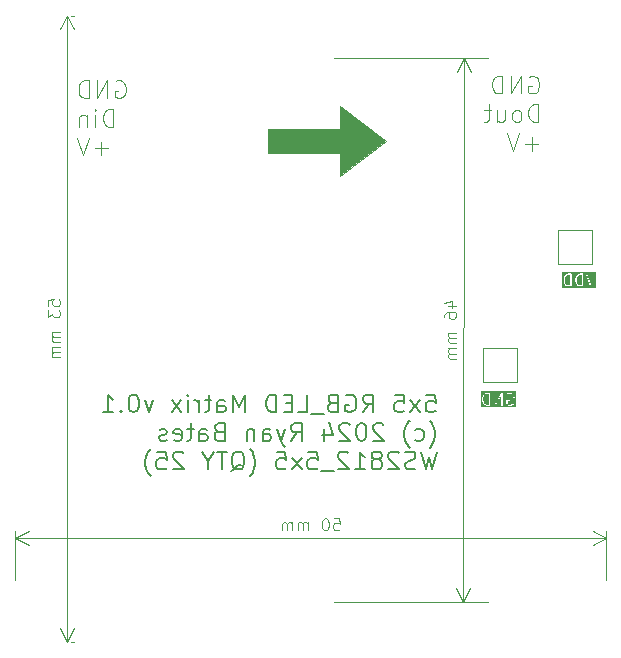
<source format=gbo>
G04 #@! TF.GenerationSoftware,KiCad,Pcbnew,8.0.5*
G04 #@! TF.CreationDate,2024-11-25T19:05:47-05:00*
G04 #@! TF.ProjectId,Neo7SegmentMini,4e656f37-5365-4676-9d65-6e744d696e69,rev?*
G04 #@! TF.SameCoordinates,Original*
G04 #@! TF.FileFunction,Legend,Bot*
G04 #@! TF.FilePolarity,Positive*
%FSLAX46Y46*%
G04 Gerber Fmt 4.6, Leading zero omitted, Abs format (unit mm)*
G04 Created by KiCad (PCBNEW 8.0.5) date 2024-11-25 19:05:47*
%MOMM*%
%LPD*%
G01*
G04 APERTURE LIST*
%ADD10C,0.100000*%
%ADD11C,0.200000*%
%ADD12C,0.120000*%
%ADD13R,2.800000X1.800000*%
%ADD14O,2.800000X1.800000*%
%ADD15R,1.700000X1.700000*%
%ADD16O,1.700000X1.700000*%
%ADD17C,3.200000*%
%ADD18R,2.500000X2.500000*%
G04 APERTURE END LIST*
D10*
X188000000Y-97500000D02*
X175000000Y-97500000D01*
X188000000Y-51500000D02*
X175000000Y-51500000D01*
X179400000Y-58500000D02*
X175500000Y-61500000D01*
X175500000Y-59500000D01*
X169400000Y-59500000D01*
X169400000Y-57500000D01*
X175500000Y-57500000D01*
X175500000Y-55500000D01*
X179400000Y-58500000D01*
G36*
X179400000Y-58500000D02*
G01*
X175500000Y-61500000D01*
X175500000Y-59500000D01*
X169400000Y-59500000D01*
X169400000Y-57500000D01*
X175500000Y-57500000D01*
X175500000Y-55500000D01*
X179400000Y-58500000D01*
G37*
X156494360Y-53452825D02*
X156637218Y-53381396D01*
X156637218Y-53381396D02*
X156851503Y-53381396D01*
X156851503Y-53381396D02*
X157065789Y-53452825D01*
X157065789Y-53452825D02*
X157208646Y-53595682D01*
X157208646Y-53595682D02*
X157280075Y-53738539D01*
X157280075Y-53738539D02*
X157351503Y-54024253D01*
X157351503Y-54024253D02*
X157351503Y-54238539D01*
X157351503Y-54238539D02*
X157280075Y-54524253D01*
X157280075Y-54524253D02*
X157208646Y-54667110D01*
X157208646Y-54667110D02*
X157065789Y-54809968D01*
X157065789Y-54809968D02*
X156851503Y-54881396D01*
X156851503Y-54881396D02*
X156708646Y-54881396D01*
X156708646Y-54881396D02*
X156494360Y-54809968D01*
X156494360Y-54809968D02*
X156422932Y-54738539D01*
X156422932Y-54738539D02*
X156422932Y-54238539D01*
X156422932Y-54238539D02*
X156708646Y-54238539D01*
X155780075Y-54881396D02*
X155780075Y-53381396D01*
X155780075Y-53381396D02*
X154922932Y-54881396D01*
X154922932Y-54881396D02*
X154922932Y-53381396D01*
X154208646Y-54881396D02*
X154208646Y-53381396D01*
X154208646Y-53381396D02*
X153851503Y-53381396D01*
X153851503Y-53381396D02*
X153637217Y-53452825D01*
X153637217Y-53452825D02*
X153494360Y-53595682D01*
X153494360Y-53595682D02*
X153422931Y-53738539D01*
X153422931Y-53738539D02*
X153351503Y-54024253D01*
X153351503Y-54024253D02*
X153351503Y-54238539D01*
X153351503Y-54238539D02*
X153422931Y-54524253D01*
X153422931Y-54524253D02*
X153494360Y-54667110D01*
X153494360Y-54667110D02*
X153637217Y-54809968D01*
X153637217Y-54809968D02*
X153851503Y-54881396D01*
X153851503Y-54881396D02*
X154208646Y-54881396D01*
X156280075Y-57296312D02*
X156280075Y-55796312D01*
X156280075Y-55796312D02*
X155922932Y-55796312D01*
X155922932Y-55796312D02*
X155708646Y-55867741D01*
X155708646Y-55867741D02*
X155565789Y-56010598D01*
X155565789Y-56010598D02*
X155494360Y-56153455D01*
X155494360Y-56153455D02*
X155422932Y-56439169D01*
X155422932Y-56439169D02*
X155422932Y-56653455D01*
X155422932Y-56653455D02*
X155494360Y-56939169D01*
X155494360Y-56939169D02*
X155565789Y-57082026D01*
X155565789Y-57082026D02*
X155708646Y-57224884D01*
X155708646Y-57224884D02*
X155922932Y-57296312D01*
X155922932Y-57296312D02*
X156280075Y-57296312D01*
X154780075Y-57296312D02*
X154780075Y-56296312D01*
X154780075Y-55796312D02*
X154851503Y-55867741D01*
X154851503Y-55867741D02*
X154780075Y-55939169D01*
X154780075Y-55939169D02*
X154708646Y-55867741D01*
X154708646Y-55867741D02*
X154780075Y-55796312D01*
X154780075Y-55796312D02*
X154780075Y-55939169D01*
X154065789Y-56296312D02*
X154065789Y-57296312D01*
X154065789Y-56439169D02*
X153994360Y-56367741D01*
X153994360Y-56367741D02*
X153851503Y-56296312D01*
X153851503Y-56296312D02*
X153637217Y-56296312D01*
X153637217Y-56296312D02*
X153494360Y-56367741D01*
X153494360Y-56367741D02*
X153422932Y-56510598D01*
X153422932Y-56510598D02*
X153422932Y-57296312D01*
X155851503Y-59139800D02*
X154708646Y-59139800D01*
X155280074Y-59711228D02*
X155280074Y-58568371D01*
X154208645Y-58211228D02*
X153708645Y-59711228D01*
X153708645Y-59711228D02*
X153208645Y-58211228D01*
G36*
X194988972Y-70722419D02*
G01*
X194808990Y-70722419D01*
X194685030Y-70681099D01*
X194603874Y-70599942D01*
X194562339Y-70516872D01*
X194517544Y-70337692D01*
X194517544Y-70207145D01*
X194562339Y-70027965D01*
X194603875Y-69944893D01*
X194685028Y-69863739D01*
X194808990Y-69822419D01*
X194988972Y-69822419D01*
X194988972Y-70722419D01*
G37*
G36*
X195988972Y-70722419D02*
G01*
X195808990Y-70722419D01*
X195685030Y-70681099D01*
X195603874Y-70599942D01*
X195562339Y-70516872D01*
X195517544Y-70337692D01*
X195517544Y-70207145D01*
X195562339Y-70027965D01*
X195603875Y-69944893D01*
X195685028Y-69863739D01*
X195808990Y-69822419D01*
X195988972Y-69822419D01*
X195988972Y-70722419D01*
G37*
G36*
X197199957Y-70933530D02*
G01*
X194306433Y-70933530D01*
X194306433Y-70200990D01*
X194417544Y-70200990D01*
X194417544Y-70343847D01*
X194418739Y-70349856D01*
X194419037Y-70355974D01*
X194466656Y-70546450D01*
X194468995Y-70551402D01*
X194470442Y-70556684D01*
X194518060Y-70651921D01*
X194522971Y-70658249D01*
X194527426Y-70664916D01*
X194622665Y-70760155D01*
X194624746Y-70761545D01*
X194625260Y-70762573D01*
X194632225Y-70766543D01*
X194638886Y-70770994D01*
X194640034Y-70770994D01*
X194642209Y-70772234D01*
X194785065Y-70819853D01*
X194793015Y-70820855D01*
X194800877Y-70822419D01*
X195038972Y-70822419D01*
X195058106Y-70818613D01*
X195085166Y-70791553D01*
X195088972Y-70772419D01*
X195088972Y-70200990D01*
X195417544Y-70200990D01*
X195417544Y-70343847D01*
X195418739Y-70349856D01*
X195419037Y-70355974D01*
X195466656Y-70546450D01*
X195468995Y-70551402D01*
X195470442Y-70556684D01*
X195518060Y-70651921D01*
X195522971Y-70658249D01*
X195527426Y-70664916D01*
X195622665Y-70760155D01*
X195624746Y-70761545D01*
X195625260Y-70762573D01*
X195632225Y-70766543D01*
X195638886Y-70770994D01*
X195640034Y-70770994D01*
X195642209Y-70772234D01*
X195785065Y-70819853D01*
X195793015Y-70820855D01*
X195800877Y-70822419D01*
X196038972Y-70822419D01*
X196058106Y-70818613D01*
X196085166Y-70791553D01*
X196088972Y-70772419D01*
X196088972Y-69772419D01*
X196088267Y-69768875D01*
X196322432Y-69768875D01*
X196324872Y-69788230D01*
X196658205Y-70788230D01*
X196667866Y-70805178D01*
X196671207Y-70806848D01*
X196672879Y-70810192D01*
X196687921Y-70815205D01*
X196702095Y-70822293D01*
X196705638Y-70821111D01*
X196709183Y-70822293D01*
X196723362Y-70815203D01*
X196738399Y-70810191D01*
X196740069Y-70806850D01*
X196743412Y-70805179D01*
X196753073Y-70788230D01*
X197086406Y-69788231D01*
X197088846Y-69768875D01*
X197071732Y-69734647D01*
X197035428Y-69722545D01*
X197001199Y-69739660D01*
X196991538Y-69756608D01*
X196705639Y-70614305D01*
X196419740Y-69756608D01*
X196410079Y-69739659D01*
X196375850Y-69722545D01*
X196339546Y-69734646D01*
X196322432Y-69768875D01*
X196088267Y-69768875D01*
X196085166Y-69753285D01*
X196058106Y-69726225D01*
X196038972Y-69722419D01*
X195800877Y-69722419D01*
X195793015Y-69723982D01*
X195785065Y-69724985D01*
X195642209Y-69772604D01*
X195640034Y-69773844D01*
X195638886Y-69773844D01*
X195632225Y-69778294D01*
X195625260Y-69782265D01*
X195624746Y-69783292D01*
X195622665Y-69784683D01*
X195527427Y-69879921D01*
X195522975Y-69886582D01*
X195518060Y-69892916D01*
X195470442Y-69988153D01*
X195468995Y-69993434D01*
X195466656Y-69998387D01*
X195419037Y-70188863D01*
X195418739Y-70194980D01*
X195417544Y-70200990D01*
X195088972Y-70200990D01*
X195088972Y-69772419D01*
X195085166Y-69753285D01*
X195058106Y-69726225D01*
X195038972Y-69722419D01*
X194800877Y-69722419D01*
X194793015Y-69723982D01*
X194785065Y-69724985D01*
X194642209Y-69772604D01*
X194640034Y-69773844D01*
X194638886Y-69773844D01*
X194632225Y-69778294D01*
X194625260Y-69782265D01*
X194624746Y-69783292D01*
X194622665Y-69784683D01*
X194527427Y-69879921D01*
X194522975Y-69886582D01*
X194518060Y-69892916D01*
X194470442Y-69988153D01*
X194468995Y-69993434D01*
X194466656Y-69998387D01*
X194419037Y-70188863D01*
X194418739Y-70194980D01*
X194417544Y-70200990D01*
X194306433Y-70200990D01*
X194306433Y-69611308D01*
X197199957Y-69611308D01*
X197199957Y-70933530D01*
G37*
D11*
X182796993Y-79976196D02*
X183511279Y-79976196D01*
X183511279Y-79976196D02*
X183582707Y-80690482D01*
X183582707Y-80690482D02*
X183511279Y-80619053D01*
X183511279Y-80619053D02*
X183368422Y-80547625D01*
X183368422Y-80547625D02*
X183011279Y-80547625D01*
X183011279Y-80547625D02*
X182868422Y-80619053D01*
X182868422Y-80619053D02*
X182796993Y-80690482D01*
X182796993Y-80690482D02*
X182725564Y-80833339D01*
X182725564Y-80833339D02*
X182725564Y-81190482D01*
X182725564Y-81190482D02*
X182796993Y-81333339D01*
X182796993Y-81333339D02*
X182868422Y-81404768D01*
X182868422Y-81404768D02*
X183011279Y-81476196D01*
X183011279Y-81476196D02*
X183368422Y-81476196D01*
X183368422Y-81476196D02*
X183511279Y-81404768D01*
X183511279Y-81404768D02*
X183582707Y-81333339D01*
X182225565Y-81476196D02*
X181439851Y-80476196D01*
X182225565Y-80476196D02*
X181439851Y-81476196D01*
X180154136Y-79976196D02*
X180868422Y-79976196D01*
X180868422Y-79976196D02*
X180939850Y-80690482D01*
X180939850Y-80690482D02*
X180868422Y-80619053D01*
X180868422Y-80619053D02*
X180725565Y-80547625D01*
X180725565Y-80547625D02*
X180368422Y-80547625D01*
X180368422Y-80547625D02*
X180225565Y-80619053D01*
X180225565Y-80619053D02*
X180154136Y-80690482D01*
X180154136Y-80690482D02*
X180082707Y-80833339D01*
X180082707Y-80833339D02*
X180082707Y-81190482D01*
X180082707Y-81190482D02*
X180154136Y-81333339D01*
X180154136Y-81333339D02*
X180225565Y-81404768D01*
X180225565Y-81404768D02*
X180368422Y-81476196D01*
X180368422Y-81476196D02*
X180725565Y-81476196D01*
X180725565Y-81476196D02*
X180868422Y-81404768D01*
X180868422Y-81404768D02*
X180939850Y-81333339D01*
X177439851Y-81476196D02*
X177939851Y-80761910D01*
X178296994Y-81476196D02*
X178296994Y-79976196D01*
X178296994Y-79976196D02*
X177725565Y-79976196D01*
X177725565Y-79976196D02*
X177582708Y-80047625D01*
X177582708Y-80047625D02*
X177511279Y-80119053D01*
X177511279Y-80119053D02*
X177439851Y-80261910D01*
X177439851Y-80261910D02*
X177439851Y-80476196D01*
X177439851Y-80476196D02*
X177511279Y-80619053D01*
X177511279Y-80619053D02*
X177582708Y-80690482D01*
X177582708Y-80690482D02*
X177725565Y-80761910D01*
X177725565Y-80761910D02*
X178296994Y-80761910D01*
X176011279Y-80047625D02*
X176154137Y-79976196D01*
X176154137Y-79976196D02*
X176368422Y-79976196D01*
X176368422Y-79976196D02*
X176582708Y-80047625D01*
X176582708Y-80047625D02*
X176725565Y-80190482D01*
X176725565Y-80190482D02*
X176796994Y-80333339D01*
X176796994Y-80333339D02*
X176868422Y-80619053D01*
X176868422Y-80619053D02*
X176868422Y-80833339D01*
X176868422Y-80833339D02*
X176796994Y-81119053D01*
X176796994Y-81119053D02*
X176725565Y-81261910D01*
X176725565Y-81261910D02*
X176582708Y-81404768D01*
X176582708Y-81404768D02*
X176368422Y-81476196D01*
X176368422Y-81476196D02*
X176225565Y-81476196D01*
X176225565Y-81476196D02*
X176011279Y-81404768D01*
X176011279Y-81404768D02*
X175939851Y-81333339D01*
X175939851Y-81333339D02*
X175939851Y-80833339D01*
X175939851Y-80833339D02*
X176225565Y-80833339D01*
X174796994Y-80690482D02*
X174582708Y-80761910D01*
X174582708Y-80761910D02*
X174511279Y-80833339D01*
X174511279Y-80833339D02*
X174439851Y-80976196D01*
X174439851Y-80976196D02*
X174439851Y-81190482D01*
X174439851Y-81190482D02*
X174511279Y-81333339D01*
X174511279Y-81333339D02*
X174582708Y-81404768D01*
X174582708Y-81404768D02*
X174725565Y-81476196D01*
X174725565Y-81476196D02*
X175296994Y-81476196D01*
X175296994Y-81476196D02*
X175296994Y-79976196D01*
X175296994Y-79976196D02*
X174796994Y-79976196D01*
X174796994Y-79976196D02*
X174654137Y-80047625D01*
X174654137Y-80047625D02*
X174582708Y-80119053D01*
X174582708Y-80119053D02*
X174511279Y-80261910D01*
X174511279Y-80261910D02*
X174511279Y-80404768D01*
X174511279Y-80404768D02*
X174582708Y-80547625D01*
X174582708Y-80547625D02*
X174654137Y-80619053D01*
X174654137Y-80619053D02*
X174796994Y-80690482D01*
X174796994Y-80690482D02*
X175296994Y-80690482D01*
X174154137Y-81619053D02*
X173011279Y-81619053D01*
X171939851Y-81476196D02*
X172654137Y-81476196D01*
X172654137Y-81476196D02*
X172654137Y-79976196D01*
X171439851Y-80690482D02*
X170939851Y-80690482D01*
X170725565Y-81476196D02*
X171439851Y-81476196D01*
X171439851Y-81476196D02*
X171439851Y-79976196D01*
X171439851Y-79976196D02*
X170725565Y-79976196D01*
X170082708Y-81476196D02*
X170082708Y-79976196D01*
X170082708Y-79976196D02*
X169725565Y-79976196D01*
X169725565Y-79976196D02*
X169511279Y-80047625D01*
X169511279Y-80047625D02*
X169368422Y-80190482D01*
X169368422Y-80190482D02*
X169296993Y-80333339D01*
X169296993Y-80333339D02*
X169225565Y-80619053D01*
X169225565Y-80619053D02*
X169225565Y-80833339D01*
X169225565Y-80833339D02*
X169296993Y-81119053D01*
X169296993Y-81119053D02*
X169368422Y-81261910D01*
X169368422Y-81261910D02*
X169511279Y-81404768D01*
X169511279Y-81404768D02*
X169725565Y-81476196D01*
X169725565Y-81476196D02*
X170082708Y-81476196D01*
X167439851Y-81476196D02*
X167439851Y-79976196D01*
X167439851Y-79976196D02*
X166939851Y-81047625D01*
X166939851Y-81047625D02*
X166439851Y-79976196D01*
X166439851Y-79976196D02*
X166439851Y-81476196D01*
X165082708Y-81476196D02*
X165082708Y-80690482D01*
X165082708Y-80690482D02*
X165154136Y-80547625D01*
X165154136Y-80547625D02*
X165296993Y-80476196D01*
X165296993Y-80476196D02*
X165582708Y-80476196D01*
X165582708Y-80476196D02*
X165725565Y-80547625D01*
X165082708Y-81404768D02*
X165225565Y-81476196D01*
X165225565Y-81476196D02*
X165582708Y-81476196D01*
X165582708Y-81476196D02*
X165725565Y-81404768D01*
X165725565Y-81404768D02*
X165796993Y-81261910D01*
X165796993Y-81261910D02*
X165796993Y-81119053D01*
X165796993Y-81119053D02*
X165725565Y-80976196D01*
X165725565Y-80976196D02*
X165582708Y-80904768D01*
X165582708Y-80904768D02*
X165225565Y-80904768D01*
X165225565Y-80904768D02*
X165082708Y-80833339D01*
X164582707Y-80476196D02*
X164011279Y-80476196D01*
X164368422Y-79976196D02*
X164368422Y-81261910D01*
X164368422Y-81261910D02*
X164296993Y-81404768D01*
X164296993Y-81404768D02*
X164154136Y-81476196D01*
X164154136Y-81476196D02*
X164011279Y-81476196D01*
X163511279Y-81476196D02*
X163511279Y-80476196D01*
X163511279Y-80761910D02*
X163439850Y-80619053D01*
X163439850Y-80619053D02*
X163368422Y-80547625D01*
X163368422Y-80547625D02*
X163225564Y-80476196D01*
X163225564Y-80476196D02*
X163082707Y-80476196D01*
X162582708Y-81476196D02*
X162582708Y-80476196D01*
X162582708Y-79976196D02*
X162654136Y-80047625D01*
X162654136Y-80047625D02*
X162582708Y-80119053D01*
X162582708Y-80119053D02*
X162511279Y-80047625D01*
X162511279Y-80047625D02*
X162582708Y-79976196D01*
X162582708Y-79976196D02*
X162582708Y-80119053D01*
X162011279Y-81476196D02*
X161225565Y-80476196D01*
X162011279Y-80476196D02*
X161225565Y-81476196D01*
X159654136Y-80476196D02*
X159296993Y-81476196D01*
X159296993Y-81476196D02*
X158939850Y-80476196D01*
X158082707Y-79976196D02*
X157939850Y-79976196D01*
X157939850Y-79976196D02*
X157796993Y-80047625D01*
X157796993Y-80047625D02*
X157725565Y-80119053D01*
X157725565Y-80119053D02*
X157654136Y-80261910D01*
X157654136Y-80261910D02*
X157582707Y-80547625D01*
X157582707Y-80547625D02*
X157582707Y-80904768D01*
X157582707Y-80904768D02*
X157654136Y-81190482D01*
X157654136Y-81190482D02*
X157725565Y-81333339D01*
X157725565Y-81333339D02*
X157796993Y-81404768D01*
X157796993Y-81404768D02*
X157939850Y-81476196D01*
X157939850Y-81476196D02*
X158082707Y-81476196D01*
X158082707Y-81476196D02*
X158225565Y-81404768D01*
X158225565Y-81404768D02*
X158296993Y-81333339D01*
X158296993Y-81333339D02*
X158368422Y-81190482D01*
X158368422Y-81190482D02*
X158439850Y-80904768D01*
X158439850Y-80904768D02*
X158439850Y-80547625D01*
X158439850Y-80547625D02*
X158368422Y-80261910D01*
X158368422Y-80261910D02*
X158296993Y-80119053D01*
X158296993Y-80119053D02*
X158225565Y-80047625D01*
X158225565Y-80047625D02*
X158082707Y-79976196D01*
X156939851Y-81333339D02*
X156868422Y-81404768D01*
X156868422Y-81404768D02*
X156939851Y-81476196D01*
X156939851Y-81476196D02*
X157011279Y-81404768D01*
X157011279Y-81404768D02*
X156939851Y-81333339D01*
X156939851Y-81333339D02*
X156939851Y-81476196D01*
X155439850Y-81476196D02*
X156296993Y-81476196D01*
X155868422Y-81476196D02*
X155868422Y-79976196D01*
X155868422Y-79976196D02*
X156011279Y-80190482D01*
X156011279Y-80190482D02*
X156154136Y-80333339D01*
X156154136Y-80333339D02*
X156296993Y-80404768D01*
X183082707Y-84462541D02*
X183154136Y-84391112D01*
X183154136Y-84391112D02*
X183296993Y-84176826D01*
X183296993Y-84176826D02*
X183368422Y-84033969D01*
X183368422Y-84033969D02*
X183439850Y-83819684D01*
X183439850Y-83819684D02*
X183511279Y-83462541D01*
X183511279Y-83462541D02*
X183511279Y-83176826D01*
X183511279Y-83176826D02*
X183439850Y-82819684D01*
X183439850Y-82819684D02*
X183368422Y-82605398D01*
X183368422Y-82605398D02*
X183296993Y-82462541D01*
X183296993Y-82462541D02*
X183154136Y-82248255D01*
X183154136Y-82248255D02*
X183082707Y-82176826D01*
X181868422Y-83819684D02*
X182011279Y-83891112D01*
X182011279Y-83891112D02*
X182296993Y-83891112D01*
X182296993Y-83891112D02*
X182439850Y-83819684D01*
X182439850Y-83819684D02*
X182511279Y-83748255D01*
X182511279Y-83748255D02*
X182582707Y-83605398D01*
X182582707Y-83605398D02*
X182582707Y-83176826D01*
X182582707Y-83176826D02*
X182511279Y-83033969D01*
X182511279Y-83033969D02*
X182439850Y-82962541D01*
X182439850Y-82962541D02*
X182296993Y-82891112D01*
X182296993Y-82891112D02*
X182011279Y-82891112D01*
X182011279Y-82891112D02*
X181868422Y-82962541D01*
X181368422Y-84462541D02*
X181296993Y-84391112D01*
X181296993Y-84391112D02*
X181154136Y-84176826D01*
X181154136Y-84176826D02*
X181082708Y-84033969D01*
X181082708Y-84033969D02*
X181011279Y-83819684D01*
X181011279Y-83819684D02*
X180939850Y-83462541D01*
X180939850Y-83462541D02*
X180939850Y-83176826D01*
X180939850Y-83176826D02*
X181011279Y-82819684D01*
X181011279Y-82819684D02*
X181082708Y-82605398D01*
X181082708Y-82605398D02*
X181154136Y-82462541D01*
X181154136Y-82462541D02*
X181296993Y-82248255D01*
X181296993Y-82248255D02*
X181368422Y-82176826D01*
X179154136Y-82533969D02*
X179082708Y-82462541D01*
X179082708Y-82462541D02*
X178939851Y-82391112D01*
X178939851Y-82391112D02*
X178582708Y-82391112D01*
X178582708Y-82391112D02*
X178439851Y-82462541D01*
X178439851Y-82462541D02*
X178368422Y-82533969D01*
X178368422Y-82533969D02*
X178296993Y-82676826D01*
X178296993Y-82676826D02*
X178296993Y-82819684D01*
X178296993Y-82819684D02*
X178368422Y-83033969D01*
X178368422Y-83033969D02*
X179225565Y-83891112D01*
X179225565Y-83891112D02*
X178296993Y-83891112D01*
X177368422Y-82391112D02*
X177225565Y-82391112D01*
X177225565Y-82391112D02*
X177082708Y-82462541D01*
X177082708Y-82462541D02*
X177011280Y-82533969D01*
X177011280Y-82533969D02*
X176939851Y-82676826D01*
X176939851Y-82676826D02*
X176868422Y-82962541D01*
X176868422Y-82962541D02*
X176868422Y-83319684D01*
X176868422Y-83319684D02*
X176939851Y-83605398D01*
X176939851Y-83605398D02*
X177011280Y-83748255D01*
X177011280Y-83748255D02*
X177082708Y-83819684D01*
X177082708Y-83819684D02*
X177225565Y-83891112D01*
X177225565Y-83891112D02*
X177368422Y-83891112D01*
X177368422Y-83891112D02*
X177511280Y-83819684D01*
X177511280Y-83819684D02*
X177582708Y-83748255D01*
X177582708Y-83748255D02*
X177654137Y-83605398D01*
X177654137Y-83605398D02*
X177725565Y-83319684D01*
X177725565Y-83319684D02*
X177725565Y-82962541D01*
X177725565Y-82962541D02*
X177654137Y-82676826D01*
X177654137Y-82676826D02*
X177582708Y-82533969D01*
X177582708Y-82533969D02*
X177511280Y-82462541D01*
X177511280Y-82462541D02*
X177368422Y-82391112D01*
X176296994Y-82533969D02*
X176225566Y-82462541D01*
X176225566Y-82462541D02*
X176082709Y-82391112D01*
X176082709Y-82391112D02*
X175725566Y-82391112D01*
X175725566Y-82391112D02*
X175582709Y-82462541D01*
X175582709Y-82462541D02*
X175511280Y-82533969D01*
X175511280Y-82533969D02*
X175439851Y-82676826D01*
X175439851Y-82676826D02*
X175439851Y-82819684D01*
X175439851Y-82819684D02*
X175511280Y-83033969D01*
X175511280Y-83033969D02*
X176368423Y-83891112D01*
X176368423Y-83891112D02*
X175439851Y-83891112D01*
X174154138Y-82891112D02*
X174154138Y-83891112D01*
X174511280Y-82319684D02*
X174868423Y-83391112D01*
X174868423Y-83391112D02*
X173939852Y-83391112D01*
X171368424Y-83891112D02*
X171868424Y-83176826D01*
X172225567Y-83891112D02*
X172225567Y-82391112D01*
X172225567Y-82391112D02*
X171654138Y-82391112D01*
X171654138Y-82391112D02*
X171511281Y-82462541D01*
X171511281Y-82462541D02*
X171439852Y-82533969D01*
X171439852Y-82533969D02*
X171368424Y-82676826D01*
X171368424Y-82676826D02*
X171368424Y-82891112D01*
X171368424Y-82891112D02*
X171439852Y-83033969D01*
X171439852Y-83033969D02*
X171511281Y-83105398D01*
X171511281Y-83105398D02*
X171654138Y-83176826D01*
X171654138Y-83176826D02*
X172225567Y-83176826D01*
X170868424Y-82891112D02*
X170511281Y-83891112D01*
X170154138Y-82891112D02*
X170511281Y-83891112D01*
X170511281Y-83891112D02*
X170654138Y-84248255D01*
X170654138Y-84248255D02*
X170725567Y-84319684D01*
X170725567Y-84319684D02*
X170868424Y-84391112D01*
X168939853Y-83891112D02*
X168939853Y-83105398D01*
X168939853Y-83105398D02*
X169011281Y-82962541D01*
X169011281Y-82962541D02*
X169154138Y-82891112D01*
X169154138Y-82891112D02*
X169439853Y-82891112D01*
X169439853Y-82891112D02*
X169582710Y-82962541D01*
X168939853Y-83819684D02*
X169082710Y-83891112D01*
X169082710Y-83891112D02*
X169439853Y-83891112D01*
X169439853Y-83891112D02*
X169582710Y-83819684D01*
X169582710Y-83819684D02*
X169654138Y-83676826D01*
X169654138Y-83676826D02*
X169654138Y-83533969D01*
X169654138Y-83533969D02*
X169582710Y-83391112D01*
X169582710Y-83391112D02*
X169439853Y-83319684D01*
X169439853Y-83319684D02*
X169082710Y-83319684D01*
X169082710Y-83319684D02*
X168939853Y-83248255D01*
X168225567Y-82891112D02*
X168225567Y-83891112D01*
X168225567Y-83033969D02*
X168154138Y-82962541D01*
X168154138Y-82962541D02*
X168011281Y-82891112D01*
X168011281Y-82891112D02*
X167796995Y-82891112D01*
X167796995Y-82891112D02*
X167654138Y-82962541D01*
X167654138Y-82962541D02*
X167582710Y-83105398D01*
X167582710Y-83105398D02*
X167582710Y-83891112D01*
X165225567Y-83105398D02*
X165011281Y-83176826D01*
X165011281Y-83176826D02*
X164939852Y-83248255D01*
X164939852Y-83248255D02*
X164868424Y-83391112D01*
X164868424Y-83391112D02*
X164868424Y-83605398D01*
X164868424Y-83605398D02*
X164939852Y-83748255D01*
X164939852Y-83748255D02*
X165011281Y-83819684D01*
X165011281Y-83819684D02*
X165154138Y-83891112D01*
X165154138Y-83891112D02*
X165725567Y-83891112D01*
X165725567Y-83891112D02*
X165725567Y-82391112D01*
X165725567Y-82391112D02*
X165225567Y-82391112D01*
X165225567Y-82391112D02*
X165082710Y-82462541D01*
X165082710Y-82462541D02*
X165011281Y-82533969D01*
X165011281Y-82533969D02*
X164939852Y-82676826D01*
X164939852Y-82676826D02*
X164939852Y-82819684D01*
X164939852Y-82819684D02*
X165011281Y-82962541D01*
X165011281Y-82962541D02*
X165082710Y-83033969D01*
X165082710Y-83033969D02*
X165225567Y-83105398D01*
X165225567Y-83105398D02*
X165725567Y-83105398D01*
X163582710Y-83891112D02*
X163582710Y-83105398D01*
X163582710Y-83105398D02*
X163654138Y-82962541D01*
X163654138Y-82962541D02*
X163796995Y-82891112D01*
X163796995Y-82891112D02*
X164082710Y-82891112D01*
X164082710Y-82891112D02*
X164225567Y-82962541D01*
X163582710Y-83819684D02*
X163725567Y-83891112D01*
X163725567Y-83891112D02*
X164082710Y-83891112D01*
X164082710Y-83891112D02*
X164225567Y-83819684D01*
X164225567Y-83819684D02*
X164296995Y-83676826D01*
X164296995Y-83676826D02*
X164296995Y-83533969D01*
X164296995Y-83533969D02*
X164225567Y-83391112D01*
X164225567Y-83391112D02*
X164082710Y-83319684D01*
X164082710Y-83319684D02*
X163725567Y-83319684D01*
X163725567Y-83319684D02*
X163582710Y-83248255D01*
X163082709Y-82891112D02*
X162511281Y-82891112D01*
X162868424Y-82391112D02*
X162868424Y-83676826D01*
X162868424Y-83676826D02*
X162796995Y-83819684D01*
X162796995Y-83819684D02*
X162654138Y-83891112D01*
X162654138Y-83891112D02*
X162511281Y-83891112D01*
X161439852Y-83819684D02*
X161582709Y-83891112D01*
X161582709Y-83891112D02*
X161868424Y-83891112D01*
X161868424Y-83891112D02*
X162011281Y-83819684D01*
X162011281Y-83819684D02*
X162082709Y-83676826D01*
X162082709Y-83676826D02*
X162082709Y-83105398D01*
X162082709Y-83105398D02*
X162011281Y-82962541D01*
X162011281Y-82962541D02*
X161868424Y-82891112D01*
X161868424Y-82891112D02*
X161582709Y-82891112D01*
X161582709Y-82891112D02*
X161439852Y-82962541D01*
X161439852Y-82962541D02*
X161368424Y-83105398D01*
X161368424Y-83105398D02*
X161368424Y-83248255D01*
X161368424Y-83248255D02*
X162082709Y-83391112D01*
X160796995Y-83819684D02*
X160654138Y-83891112D01*
X160654138Y-83891112D02*
X160368424Y-83891112D01*
X160368424Y-83891112D02*
X160225567Y-83819684D01*
X160225567Y-83819684D02*
X160154138Y-83676826D01*
X160154138Y-83676826D02*
X160154138Y-83605398D01*
X160154138Y-83605398D02*
X160225567Y-83462541D01*
X160225567Y-83462541D02*
X160368424Y-83391112D01*
X160368424Y-83391112D02*
X160582710Y-83391112D01*
X160582710Y-83391112D02*
X160725567Y-83319684D01*
X160725567Y-83319684D02*
X160796995Y-83176826D01*
X160796995Y-83176826D02*
X160796995Y-83105398D01*
X160796995Y-83105398D02*
X160725567Y-82962541D01*
X160725567Y-82962541D02*
X160582710Y-82891112D01*
X160582710Y-82891112D02*
X160368424Y-82891112D01*
X160368424Y-82891112D02*
X160225567Y-82962541D01*
X183654136Y-84806028D02*
X183296993Y-86306028D01*
X183296993Y-86306028D02*
X183011279Y-85234600D01*
X183011279Y-85234600D02*
X182725564Y-86306028D01*
X182725564Y-86306028D02*
X182368422Y-84806028D01*
X181868421Y-86234600D02*
X181654136Y-86306028D01*
X181654136Y-86306028D02*
X181296993Y-86306028D01*
X181296993Y-86306028D02*
X181154136Y-86234600D01*
X181154136Y-86234600D02*
X181082707Y-86163171D01*
X181082707Y-86163171D02*
X181011278Y-86020314D01*
X181011278Y-86020314D02*
X181011278Y-85877457D01*
X181011278Y-85877457D02*
X181082707Y-85734600D01*
X181082707Y-85734600D02*
X181154136Y-85663171D01*
X181154136Y-85663171D02*
X181296993Y-85591742D01*
X181296993Y-85591742D02*
X181582707Y-85520314D01*
X181582707Y-85520314D02*
X181725564Y-85448885D01*
X181725564Y-85448885D02*
X181796993Y-85377457D01*
X181796993Y-85377457D02*
X181868421Y-85234600D01*
X181868421Y-85234600D02*
X181868421Y-85091742D01*
X181868421Y-85091742D02*
X181796993Y-84948885D01*
X181796993Y-84948885D02*
X181725564Y-84877457D01*
X181725564Y-84877457D02*
X181582707Y-84806028D01*
X181582707Y-84806028D02*
X181225564Y-84806028D01*
X181225564Y-84806028D02*
X181011278Y-84877457D01*
X180439850Y-84948885D02*
X180368422Y-84877457D01*
X180368422Y-84877457D02*
X180225565Y-84806028D01*
X180225565Y-84806028D02*
X179868422Y-84806028D01*
X179868422Y-84806028D02*
X179725565Y-84877457D01*
X179725565Y-84877457D02*
X179654136Y-84948885D01*
X179654136Y-84948885D02*
X179582707Y-85091742D01*
X179582707Y-85091742D02*
X179582707Y-85234600D01*
X179582707Y-85234600D02*
X179654136Y-85448885D01*
X179654136Y-85448885D02*
X180511279Y-86306028D01*
X180511279Y-86306028D02*
X179582707Y-86306028D01*
X178725565Y-85448885D02*
X178868422Y-85377457D01*
X178868422Y-85377457D02*
X178939851Y-85306028D01*
X178939851Y-85306028D02*
X179011279Y-85163171D01*
X179011279Y-85163171D02*
X179011279Y-85091742D01*
X179011279Y-85091742D02*
X178939851Y-84948885D01*
X178939851Y-84948885D02*
X178868422Y-84877457D01*
X178868422Y-84877457D02*
X178725565Y-84806028D01*
X178725565Y-84806028D02*
X178439851Y-84806028D01*
X178439851Y-84806028D02*
X178296994Y-84877457D01*
X178296994Y-84877457D02*
X178225565Y-84948885D01*
X178225565Y-84948885D02*
X178154136Y-85091742D01*
X178154136Y-85091742D02*
X178154136Y-85163171D01*
X178154136Y-85163171D02*
X178225565Y-85306028D01*
X178225565Y-85306028D02*
X178296994Y-85377457D01*
X178296994Y-85377457D02*
X178439851Y-85448885D01*
X178439851Y-85448885D02*
X178725565Y-85448885D01*
X178725565Y-85448885D02*
X178868422Y-85520314D01*
X178868422Y-85520314D02*
X178939851Y-85591742D01*
X178939851Y-85591742D02*
X179011279Y-85734600D01*
X179011279Y-85734600D02*
X179011279Y-86020314D01*
X179011279Y-86020314D02*
X178939851Y-86163171D01*
X178939851Y-86163171D02*
X178868422Y-86234600D01*
X178868422Y-86234600D02*
X178725565Y-86306028D01*
X178725565Y-86306028D02*
X178439851Y-86306028D01*
X178439851Y-86306028D02*
X178296994Y-86234600D01*
X178296994Y-86234600D02*
X178225565Y-86163171D01*
X178225565Y-86163171D02*
X178154136Y-86020314D01*
X178154136Y-86020314D02*
X178154136Y-85734600D01*
X178154136Y-85734600D02*
X178225565Y-85591742D01*
X178225565Y-85591742D02*
X178296994Y-85520314D01*
X178296994Y-85520314D02*
X178439851Y-85448885D01*
X176725565Y-86306028D02*
X177582708Y-86306028D01*
X177154137Y-86306028D02*
X177154137Y-84806028D01*
X177154137Y-84806028D02*
X177296994Y-85020314D01*
X177296994Y-85020314D02*
X177439851Y-85163171D01*
X177439851Y-85163171D02*
X177582708Y-85234600D01*
X176154137Y-84948885D02*
X176082709Y-84877457D01*
X176082709Y-84877457D02*
X175939852Y-84806028D01*
X175939852Y-84806028D02*
X175582709Y-84806028D01*
X175582709Y-84806028D02*
X175439852Y-84877457D01*
X175439852Y-84877457D02*
X175368423Y-84948885D01*
X175368423Y-84948885D02*
X175296994Y-85091742D01*
X175296994Y-85091742D02*
X175296994Y-85234600D01*
X175296994Y-85234600D02*
X175368423Y-85448885D01*
X175368423Y-85448885D02*
X176225566Y-86306028D01*
X176225566Y-86306028D02*
X175296994Y-86306028D01*
X175011281Y-86448885D02*
X173868423Y-86448885D01*
X172796995Y-84806028D02*
X173511281Y-84806028D01*
X173511281Y-84806028D02*
X173582709Y-85520314D01*
X173582709Y-85520314D02*
X173511281Y-85448885D01*
X173511281Y-85448885D02*
X173368424Y-85377457D01*
X173368424Y-85377457D02*
X173011281Y-85377457D01*
X173011281Y-85377457D02*
X172868424Y-85448885D01*
X172868424Y-85448885D02*
X172796995Y-85520314D01*
X172796995Y-85520314D02*
X172725566Y-85663171D01*
X172725566Y-85663171D02*
X172725566Y-86020314D01*
X172725566Y-86020314D02*
X172796995Y-86163171D01*
X172796995Y-86163171D02*
X172868424Y-86234600D01*
X172868424Y-86234600D02*
X173011281Y-86306028D01*
X173011281Y-86306028D02*
X173368424Y-86306028D01*
X173368424Y-86306028D02*
X173511281Y-86234600D01*
X173511281Y-86234600D02*
X173582709Y-86163171D01*
X172225567Y-86306028D02*
X171439853Y-85306028D01*
X172225567Y-85306028D02*
X171439853Y-86306028D01*
X170154138Y-84806028D02*
X170868424Y-84806028D01*
X170868424Y-84806028D02*
X170939852Y-85520314D01*
X170939852Y-85520314D02*
X170868424Y-85448885D01*
X170868424Y-85448885D02*
X170725567Y-85377457D01*
X170725567Y-85377457D02*
X170368424Y-85377457D01*
X170368424Y-85377457D02*
X170225567Y-85448885D01*
X170225567Y-85448885D02*
X170154138Y-85520314D01*
X170154138Y-85520314D02*
X170082709Y-85663171D01*
X170082709Y-85663171D02*
X170082709Y-86020314D01*
X170082709Y-86020314D02*
X170154138Y-86163171D01*
X170154138Y-86163171D02*
X170225567Y-86234600D01*
X170225567Y-86234600D02*
X170368424Y-86306028D01*
X170368424Y-86306028D02*
X170725567Y-86306028D01*
X170725567Y-86306028D02*
X170868424Y-86234600D01*
X170868424Y-86234600D02*
X170939852Y-86163171D01*
X167868424Y-86877457D02*
X167939853Y-86806028D01*
X167939853Y-86806028D02*
X168082710Y-86591742D01*
X168082710Y-86591742D02*
X168154139Y-86448885D01*
X168154139Y-86448885D02*
X168225567Y-86234600D01*
X168225567Y-86234600D02*
X168296996Y-85877457D01*
X168296996Y-85877457D02*
X168296996Y-85591742D01*
X168296996Y-85591742D02*
X168225567Y-85234600D01*
X168225567Y-85234600D02*
X168154139Y-85020314D01*
X168154139Y-85020314D02*
X168082710Y-84877457D01*
X168082710Y-84877457D02*
X167939853Y-84663171D01*
X167939853Y-84663171D02*
X167868424Y-84591742D01*
X166296996Y-86448885D02*
X166439853Y-86377457D01*
X166439853Y-86377457D02*
X166582710Y-86234600D01*
X166582710Y-86234600D02*
X166796996Y-86020314D01*
X166796996Y-86020314D02*
X166939853Y-85948885D01*
X166939853Y-85948885D02*
X167082710Y-85948885D01*
X167011281Y-86306028D02*
X167154139Y-86234600D01*
X167154139Y-86234600D02*
X167296996Y-86091742D01*
X167296996Y-86091742D02*
X167368424Y-85806028D01*
X167368424Y-85806028D02*
X167368424Y-85306028D01*
X167368424Y-85306028D02*
X167296996Y-85020314D01*
X167296996Y-85020314D02*
X167154139Y-84877457D01*
X167154139Y-84877457D02*
X167011281Y-84806028D01*
X167011281Y-84806028D02*
X166725567Y-84806028D01*
X166725567Y-84806028D02*
X166582710Y-84877457D01*
X166582710Y-84877457D02*
X166439853Y-85020314D01*
X166439853Y-85020314D02*
X166368424Y-85306028D01*
X166368424Y-85306028D02*
X166368424Y-85806028D01*
X166368424Y-85806028D02*
X166439853Y-86091742D01*
X166439853Y-86091742D02*
X166582710Y-86234600D01*
X166582710Y-86234600D02*
X166725567Y-86306028D01*
X166725567Y-86306028D02*
X167011281Y-86306028D01*
X165939852Y-84806028D02*
X165082710Y-84806028D01*
X165511281Y-86306028D02*
X165511281Y-84806028D01*
X164296995Y-85591742D02*
X164296995Y-86306028D01*
X164796995Y-84806028D02*
X164296995Y-85591742D01*
X164296995Y-85591742D02*
X163796995Y-84806028D01*
X162225567Y-84948885D02*
X162154139Y-84877457D01*
X162154139Y-84877457D02*
X162011282Y-84806028D01*
X162011282Y-84806028D02*
X161654139Y-84806028D01*
X161654139Y-84806028D02*
X161511282Y-84877457D01*
X161511282Y-84877457D02*
X161439853Y-84948885D01*
X161439853Y-84948885D02*
X161368424Y-85091742D01*
X161368424Y-85091742D02*
X161368424Y-85234600D01*
X161368424Y-85234600D02*
X161439853Y-85448885D01*
X161439853Y-85448885D02*
X162296996Y-86306028D01*
X162296996Y-86306028D02*
X161368424Y-86306028D01*
X160011282Y-84806028D02*
X160725568Y-84806028D01*
X160725568Y-84806028D02*
X160796996Y-85520314D01*
X160796996Y-85520314D02*
X160725568Y-85448885D01*
X160725568Y-85448885D02*
X160582711Y-85377457D01*
X160582711Y-85377457D02*
X160225568Y-85377457D01*
X160225568Y-85377457D02*
X160082711Y-85448885D01*
X160082711Y-85448885D02*
X160011282Y-85520314D01*
X160011282Y-85520314D02*
X159939853Y-85663171D01*
X159939853Y-85663171D02*
X159939853Y-86020314D01*
X159939853Y-86020314D02*
X160011282Y-86163171D01*
X160011282Y-86163171D02*
X160082711Y-86234600D01*
X160082711Y-86234600D02*
X160225568Y-86306028D01*
X160225568Y-86306028D02*
X160582711Y-86306028D01*
X160582711Y-86306028D02*
X160725568Y-86234600D01*
X160725568Y-86234600D02*
X160796996Y-86163171D01*
X159439854Y-86877457D02*
X159368425Y-86806028D01*
X159368425Y-86806028D02*
X159225568Y-86591742D01*
X159225568Y-86591742D02*
X159154140Y-86448885D01*
X159154140Y-86448885D02*
X159082711Y-86234600D01*
X159082711Y-86234600D02*
X159011282Y-85877457D01*
X159011282Y-85877457D02*
X159011282Y-85591742D01*
X159011282Y-85591742D02*
X159082711Y-85234600D01*
X159082711Y-85234600D02*
X159154140Y-85020314D01*
X159154140Y-85020314D02*
X159225568Y-84877457D01*
X159225568Y-84877457D02*
X159368425Y-84663171D01*
X159368425Y-84663171D02*
X159439854Y-84591742D01*
D10*
X191491353Y-53052825D02*
X191634211Y-52981396D01*
X191634211Y-52981396D02*
X191848496Y-52981396D01*
X191848496Y-52981396D02*
X192062782Y-53052825D01*
X192062782Y-53052825D02*
X192205639Y-53195682D01*
X192205639Y-53195682D02*
X192277068Y-53338539D01*
X192277068Y-53338539D02*
X192348496Y-53624253D01*
X192348496Y-53624253D02*
X192348496Y-53838539D01*
X192348496Y-53838539D02*
X192277068Y-54124253D01*
X192277068Y-54124253D02*
X192205639Y-54267110D01*
X192205639Y-54267110D02*
X192062782Y-54409968D01*
X192062782Y-54409968D02*
X191848496Y-54481396D01*
X191848496Y-54481396D02*
X191705639Y-54481396D01*
X191705639Y-54481396D02*
X191491353Y-54409968D01*
X191491353Y-54409968D02*
X191419925Y-54338539D01*
X191419925Y-54338539D02*
X191419925Y-53838539D01*
X191419925Y-53838539D02*
X191705639Y-53838539D01*
X190777068Y-54481396D02*
X190777068Y-52981396D01*
X190777068Y-52981396D02*
X189919925Y-54481396D01*
X189919925Y-54481396D02*
X189919925Y-52981396D01*
X189205639Y-54481396D02*
X189205639Y-52981396D01*
X189205639Y-52981396D02*
X188848496Y-52981396D01*
X188848496Y-52981396D02*
X188634210Y-53052825D01*
X188634210Y-53052825D02*
X188491353Y-53195682D01*
X188491353Y-53195682D02*
X188419924Y-53338539D01*
X188419924Y-53338539D02*
X188348496Y-53624253D01*
X188348496Y-53624253D02*
X188348496Y-53838539D01*
X188348496Y-53838539D02*
X188419924Y-54124253D01*
X188419924Y-54124253D02*
X188491353Y-54267110D01*
X188491353Y-54267110D02*
X188634210Y-54409968D01*
X188634210Y-54409968D02*
X188848496Y-54481396D01*
X188848496Y-54481396D02*
X189205639Y-54481396D01*
X192277068Y-56896312D02*
X192277068Y-55396312D01*
X192277068Y-55396312D02*
X191919925Y-55396312D01*
X191919925Y-55396312D02*
X191705639Y-55467741D01*
X191705639Y-55467741D02*
X191562782Y-55610598D01*
X191562782Y-55610598D02*
X191491353Y-55753455D01*
X191491353Y-55753455D02*
X191419925Y-56039169D01*
X191419925Y-56039169D02*
X191419925Y-56253455D01*
X191419925Y-56253455D02*
X191491353Y-56539169D01*
X191491353Y-56539169D02*
X191562782Y-56682026D01*
X191562782Y-56682026D02*
X191705639Y-56824884D01*
X191705639Y-56824884D02*
X191919925Y-56896312D01*
X191919925Y-56896312D02*
X192277068Y-56896312D01*
X190562782Y-56896312D02*
X190705639Y-56824884D01*
X190705639Y-56824884D02*
X190777068Y-56753455D01*
X190777068Y-56753455D02*
X190848496Y-56610598D01*
X190848496Y-56610598D02*
X190848496Y-56182026D01*
X190848496Y-56182026D02*
X190777068Y-56039169D01*
X190777068Y-56039169D02*
X190705639Y-55967741D01*
X190705639Y-55967741D02*
X190562782Y-55896312D01*
X190562782Y-55896312D02*
X190348496Y-55896312D01*
X190348496Y-55896312D02*
X190205639Y-55967741D01*
X190205639Y-55967741D02*
X190134211Y-56039169D01*
X190134211Y-56039169D02*
X190062782Y-56182026D01*
X190062782Y-56182026D02*
X190062782Y-56610598D01*
X190062782Y-56610598D02*
X190134211Y-56753455D01*
X190134211Y-56753455D02*
X190205639Y-56824884D01*
X190205639Y-56824884D02*
X190348496Y-56896312D01*
X190348496Y-56896312D02*
X190562782Y-56896312D01*
X188777068Y-55896312D02*
X188777068Y-56896312D01*
X189419925Y-55896312D02*
X189419925Y-56682026D01*
X189419925Y-56682026D02*
X189348496Y-56824884D01*
X189348496Y-56824884D02*
X189205639Y-56896312D01*
X189205639Y-56896312D02*
X188991353Y-56896312D01*
X188991353Y-56896312D02*
X188848496Y-56824884D01*
X188848496Y-56824884D02*
X188777068Y-56753455D01*
X188277067Y-55896312D02*
X187705639Y-55896312D01*
X188062782Y-55396312D02*
X188062782Y-56682026D01*
X188062782Y-56682026D02*
X187991353Y-56824884D01*
X187991353Y-56824884D02*
X187848496Y-56896312D01*
X187848496Y-56896312D02*
X187705639Y-56896312D01*
X192277068Y-58739800D02*
X191134211Y-58739800D01*
X191705639Y-59311228D02*
X191705639Y-58168371D01*
X190634210Y-57811228D02*
X190134210Y-59311228D01*
X190134210Y-59311228D02*
X189634210Y-57811228D01*
G36*
X188098496Y-80822419D02*
G01*
X187918514Y-80822419D01*
X187794554Y-80781099D01*
X187713398Y-80699942D01*
X187671863Y-80616872D01*
X187627068Y-80437692D01*
X187627068Y-80307145D01*
X187671863Y-80127965D01*
X187713399Y-80044893D01*
X187794552Y-79963739D01*
X187918514Y-79922419D01*
X188098496Y-79922419D01*
X188098496Y-80822419D01*
G37*
G36*
X190404845Y-81033530D02*
G01*
X187415957Y-81033530D01*
X187415957Y-80300990D01*
X187527068Y-80300990D01*
X187527068Y-80443847D01*
X187528263Y-80449856D01*
X187528561Y-80455974D01*
X187576180Y-80646450D01*
X187578519Y-80651402D01*
X187579966Y-80656684D01*
X187627584Y-80751921D01*
X187632495Y-80758249D01*
X187636950Y-80764916D01*
X187732189Y-80860155D01*
X187734270Y-80861545D01*
X187734784Y-80862573D01*
X187741749Y-80866543D01*
X187748410Y-80870994D01*
X187749558Y-80870994D01*
X187751733Y-80872234D01*
X187894589Y-80919853D01*
X187902539Y-80920855D01*
X187910401Y-80922419D01*
X188148496Y-80922419D01*
X188167630Y-80918613D01*
X188194690Y-80891553D01*
X188198496Y-80872419D01*
X188198496Y-79872419D01*
X188574687Y-79872419D01*
X188574687Y-80872419D01*
X188578493Y-80891553D01*
X188583347Y-80896407D01*
X188585155Y-80903034D01*
X188596399Y-80909459D01*
X188605553Y-80918613D01*
X188612419Y-80918613D01*
X188618381Y-80922020D01*
X188630874Y-80918613D01*
X188643821Y-80918613D01*
X188648675Y-80913758D01*
X188655302Y-80911951D01*
X188668099Y-80897226D01*
X189146115Y-80060697D01*
X189146115Y-80872419D01*
X189149921Y-80891553D01*
X189176981Y-80918613D01*
X189215249Y-80918613D01*
X189242309Y-80891553D01*
X189246115Y-80872419D01*
X189246115Y-80443847D01*
X189574687Y-80443847D01*
X189574687Y-80777180D01*
X189578493Y-80796314D01*
X189589331Y-80812535D01*
X189636950Y-80860155D01*
X189639032Y-80861546D01*
X189639546Y-80862573D01*
X189646504Y-80866539D01*
X189653171Y-80870994D01*
X189654320Y-80870994D01*
X189656495Y-80872234D01*
X189799351Y-80919853D01*
X189807301Y-80920855D01*
X189815163Y-80922419D01*
X189910401Y-80922419D01*
X189918263Y-80920855D01*
X189926212Y-80919853D01*
X190069069Y-80872234D01*
X190071244Y-80870994D01*
X190072393Y-80870994D01*
X190079063Y-80866536D01*
X190086017Y-80862573D01*
X190086529Y-80861547D01*
X190088614Y-80860155D01*
X190183852Y-80764916D01*
X190188305Y-80758250D01*
X190193217Y-80751922D01*
X190240836Y-80656684D01*
X190242282Y-80651402D01*
X190244622Y-80646450D01*
X190292241Y-80455974D01*
X190292538Y-80449856D01*
X190293734Y-80443847D01*
X190293734Y-80300990D01*
X190292538Y-80294980D01*
X190292241Y-80288863D01*
X190244622Y-80098387D01*
X190242282Y-80093434D01*
X190240836Y-80088153D01*
X190193217Y-79992915D01*
X190188301Y-79986580D01*
X190183851Y-79979921D01*
X190088613Y-79884683D01*
X190086530Y-79883291D01*
X190086017Y-79882265D01*
X190079056Y-79878297D01*
X190072392Y-79873844D01*
X190071244Y-79873844D01*
X190069069Y-79872604D01*
X189926212Y-79824985D01*
X189918263Y-79823982D01*
X189910401Y-79822419D01*
X189767544Y-79822419D01*
X189765087Y-79822907D01*
X189763999Y-79822545D01*
X189756271Y-79824661D01*
X189748410Y-79826225D01*
X189747598Y-79827036D01*
X189745183Y-79827698D01*
X189649945Y-79875317D01*
X189634533Y-79887278D01*
X189622432Y-79923583D01*
X189639546Y-79957811D01*
X189675851Y-79969912D01*
X189694667Y-79964759D01*
X189779348Y-79922419D01*
X189902288Y-79922419D01*
X190026249Y-79963739D01*
X190107402Y-80044892D01*
X190148939Y-80127966D01*
X190193734Y-80307145D01*
X190193734Y-80437692D01*
X190148939Y-80616870D01*
X190107402Y-80699944D01*
X190026248Y-80781098D01*
X189902288Y-80822419D01*
X189823276Y-80822419D01*
X189699316Y-80781099D01*
X189674687Y-80756469D01*
X189674687Y-80493847D01*
X189815163Y-80493847D01*
X189834297Y-80490041D01*
X189861357Y-80462981D01*
X189861357Y-80424713D01*
X189834297Y-80397653D01*
X189815163Y-80393847D01*
X189624687Y-80393847D01*
X189605553Y-80397653D01*
X189578493Y-80424713D01*
X189574687Y-80443847D01*
X189246115Y-80443847D01*
X189246115Y-79872419D01*
X189242309Y-79853285D01*
X189237454Y-79848430D01*
X189235647Y-79841804D01*
X189224402Y-79835378D01*
X189215249Y-79826225D01*
X189208383Y-79826225D01*
X189202421Y-79822818D01*
X189189929Y-79826225D01*
X189176981Y-79826225D01*
X189172125Y-79831080D01*
X189165501Y-79832887D01*
X189152703Y-79847612D01*
X188674687Y-80684140D01*
X188674687Y-79872419D01*
X188670881Y-79853285D01*
X188643821Y-79826225D01*
X188605553Y-79826225D01*
X188578493Y-79853285D01*
X188574687Y-79872419D01*
X188198496Y-79872419D01*
X188194690Y-79853285D01*
X188167630Y-79826225D01*
X188148496Y-79822419D01*
X187910401Y-79822419D01*
X187902539Y-79823982D01*
X187894589Y-79824985D01*
X187751733Y-79872604D01*
X187749558Y-79873844D01*
X187748410Y-79873844D01*
X187741749Y-79878294D01*
X187734784Y-79882265D01*
X187734270Y-79883292D01*
X187732189Y-79884683D01*
X187636951Y-79979921D01*
X187632499Y-79986582D01*
X187627584Y-79992916D01*
X187579966Y-80088153D01*
X187578519Y-80093434D01*
X187576180Y-80098387D01*
X187528561Y-80288863D01*
X187528263Y-80294980D01*
X187527068Y-80300990D01*
X187415957Y-80300990D01*
X187415957Y-79711308D01*
X190404845Y-79711308D01*
X190404845Y-81033530D01*
G37*
X174952380Y-90457419D02*
X175428570Y-90457419D01*
X175428570Y-90457419D02*
X175476189Y-90933609D01*
X175476189Y-90933609D02*
X175428570Y-90885990D01*
X175428570Y-90885990D02*
X175333332Y-90838371D01*
X175333332Y-90838371D02*
X175095237Y-90838371D01*
X175095237Y-90838371D02*
X174999999Y-90885990D01*
X174999999Y-90885990D02*
X174952380Y-90933609D01*
X174952380Y-90933609D02*
X174904761Y-91028847D01*
X174904761Y-91028847D02*
X174904761Y-91266942D01*
X174904761Y-91266942D02*
X174952380Y-91362180D01*
X174952380Y-91362180D02*
X174999999Y-91409800D01*
X174999999Y-91409800D02*
X175095237Y-91457419D01*
X175095237Y-91457419D02*
X175333332Y-91457419D01*
X175333332Y-91457419D02*
X175428570Y-91409800D01*
X175428570Y-91409800D02*
X175476189Y-91362180D01*
X174285713Y-90457419D02*
X174190475Y-90457419D01*
X174190475Y-90457419D02*
X174095237Y-90505038D01*
X174095237Y-90505038D02*
X174047618Y-90552657D01*
X174047618Y-90552657D02*
X173999999Y-90647895D01*
X173999999Y-90647895D02*
X173952380Y-90838371D01*
X173952380Y-90838371D02*
X173952380Y-91076466D01*
X173952380Y-91076466D02*
X173999999Y-91266942D01*
X173999999Y-91266942D02*
X174047618Y-91362180D01*
X174047618Y-91362180D02*
X174095237Y-91409800D01*
X174095237Y-91409800D02*
X174190475Y-91457419D01*
X174190475Y-91457419D02*
X174285713Y-91457419D01*
X174285713Y-91457419D02*
X174380951Y-91409800D01*
X174380951Y-91409800D02*
X174428570Y-91362180D01*
X174428570Y-91362180D02*
X174476189Y-91266942D01*
X174476189Y-91266942D02*
X174523808Y-91076466D01*
X174523808Y-91076466D02*
X174523808Y-90838371D01*
X174523808Y-90838371D02*
X174476189Y-90647895D01*
X174476189Y-90647895D02*
X174428570Y-90552657D01*
X174428570Y-90552657D02*
X174380951Y-90505038D01*
X174380951Y-90505038D02*
X174285713Y-90457419D01*
X172761903Y-91457419D02*
X172761903Y-90790752D01*
X172761903Y-90885990D02*
X172714284Y-90838371D01*
X172714284Y-90838371D02*
X172619046Y-90790752D01*
X172619046Y-90790752D02*
X172476189Y-90790752D01*
X172476189Y-90790752D02*
X172380951Y-90838371D01*
X172380951Y-90838371D02*
X172333332Y-90933609D01*
X172333332Y-90933609D02*
X172333332Y-91457419D01*
X172333332Y-90933609D02*
X172285713Y-90838371D01*
X172285713Y-90838371D02*
X172190475Y-90790752D01*
X172190475Y-90790752D02*
X172047618Y-90790752D01*
X172047618Y-90790752D02*
X171952379Y-90838371D01*
X171952379Y-90838371D02*
X171904760Y-90933609D01*
X171904760Y-90933609D02*
X171904760Y-91457419D01*
X171428570Y-91457419D02*
X171428570Y-90790752D01*
X171428570Y-90885990D02*
X171380951Y-90838371D01*
X171380951Y-90838371D02*
X171285713Y-90790752D01*
X171285713Y-90790752D02*
X171142856Y-90790752D01*
X171142856Y-90790752D02*
X171047618Y-90838371D01*
X171047618Y-90838371D02*
X170999999Y-90933609D01*
X170999999Y-90933609D02*
X170999999Y-91457419D01*
X170999999Y-90933609D02*
X170952380Y-90838371D01*
X170952380Y-90838371D02*
X170857142Y-90790752D01*
X170857142Y-90790752D02*
X170714285Y-90790752D01*
X170714285Y-90790752D02*
X170619046Y-90838371D01*
X170619046Y-90838371D02*
X170571427Y-90933609D01*
X170571427Y-90933609D02*
X170571427Y-91457419D01*
X148000000Y-95700000D02*
X148000000Y-91513580D01*
X198000000Y-95700000D02*
X198000000Y-91513580D01*
X148000000Y-92100000D02*
X198000000Y-92100000D01*
X148000000Y-92100000D02*
X198000000Y-92100000D01*
X148000000Y-92100000D02*
X149126504Y-91513579D01*
X148000000Y-92100000D02*
X149126504Y-92686421D01*
X198000000Y-92100000D02*
X196873496Y-92686421D01*
X198000000Y-92100000D02*
X196873496Y-91513579D01*
X150757419Y-72447619D02*
X150757419Y-71971429D01*
X150757419Y-71971429D02*
X151233609Y-71923810D01*
X151233609Y-71923810D02*
X151185990Y-71971429D01*
X151185990Y-71971429D02*
X151138371Y-72066667D01*
X151138371Y-72066667D02*
X151138371Y-72304762D01*
X151138371Y-72304762D02*
X151185990Y-72400000D01*
X151185990Y-72400000D02*
X151233609Y-72447619D01*
X151233609Y-72447619D02*
X151328847Y-72495238D01*
X151328847Y-72495238D02*
X151566942Y-72495238D01*
X151566942Y-72495238D02*
X151662180Y-72447619D01*
X151662180Y-72447619D02*
X151709800Y-72400000D01*
X151709800Y-72400000D02*
X151757419Y-72304762D01*
X151757419Y-72304762D02*
X151757419Y-72066667D01*
X151757419Y-72066667D02*
X151709800Y-71971429D01*
X151709800Y-71971429D02*
X151662180Y-71923810D01*
X150757419Y-72828572D02*
X150757419Y-73447619D01*
X150757419Y-73447619D02*
X151138371Y-73114286D01*
X151138371Y-73114286D02*
X151138371Y-73257143D01*
X151138371Y-73257143D02*
X151185990Y-73352381D01*
X151185990Y-73352381D02*
X151233609Y-73400000D01*
X151233609Y-73400000D02*
X151328847Y-73447619D01*
X151328847Y-73447619D02*
X151566942Y-73447619D01*
X151566942Y-73447619D02*
X151662180Y-73400000D01*
X151662180Y-73400000D02*
X151709800Y-73352381D01*
X151709800Y-73352381D02*
X151757419Y-73257143D01*
X151757419Y-73257143D02*
X151757419Y-72971429D01*
X151757419Y-72971429D02*
X151709800Y-72876191D01*
X151709800Y-72876191D02*
X151662180Y-72828572D01*
X151757419Y-74638096D02*
X151090752Y-74638096D01*
X151185990Y-74638096D02*
X151138371Y-74685715D01*
X151138371Y-74685715D02*
X151090752Y-74780953D01*
X151090752Y-74780953D02*
X151090752Y-74923810D01*
X151090752Y-74923810D02*
X151138371Y-75019048D01*
X151138371Y-75019048D02*
X151233609Y-75066667D01*
X151233609Y-75066667D02*
X151757419Y-75066667D01*
X151233609Y-75066667D02*
X151138371Y-75114286D01*
X151138371Y-75114286D02*
X151090752Y-75209524D01*
X151090752Y-75209524D02*
X151090752Y-75352381D01*
X151090752Y-75352381D02*
X151138371Y-75447620D01*
X151138371Y-75447620D02*
X151233609Y-75495239D01*
X151233609Y-75495239D02*
X151757419Y-75495239D01*
X151757419Y-75971429D02*
X151090752Y-75971429D01*
X151185990Y-75971429D02*
X151138371Y-76019048D01*
X151138371Y-76019048D02*
X151090752Y-76114286D01*
X151090752Y-76114286D02*
X151090752Y-76257143D01*
X151090752Y-76257143D02*
X151138371Y-76352381D01*
X151138371Y-76352381D02*
X151233609Y-76400000D01*
X151233609Y-76400000D02*
X151757419Y-76400000D01*
X151233609Y-76400000D02*
X151138371Y-76447619D01*
X151138371Y-76447619D02*
X151090752Y-76542857D01*
X151090752Y-76542857D02*
X151090752Y-76685714D01*
X151090752Y-76685714D02*
X151138371Y-76780953D01*
X151138371Y-76780953D02*
X151233609Y-76828572D01*
X151233609Y-76828572D02*
X151757419Y-76828572D01*
X152700000Y-47900000D02*
X152986420Y-47900000D01*
X152700000Y-100900000D02*
X152986420Y-100900000D01*
X152400000Y-47900000D02*
X152400000Y-100900000D01*
X152400000Y-47900000D02*
X152400000Y-100900000D01*
X152400000Y-47900000D02*
X152986421Y-49026504D01*
X152400000Y-47900000D02*
X151813579Y-49026504D01*
X152400000Y-100900000D02*
X151813579Y-99773496D01*
X152400000Y-100900000D02*
X152986421Y-99773496D01*
X184645103Y-72497159D02*
X185311768Y-72498608D01*
X184264669Y-72258236D02*
X184979471Y-72021694D01*
X184979471Y-72021694D02*
X184978125Y-72640740D01*
X184309700Y-73448813D02*
X184310114Y-73258337D01*
X184310114Y-73258337D02*
X184357940Y-73163203D01*
X184357940Y-73163203D02*
X184405663Y-73115688D01*
X184405663Y-73115688D02*
X184548727Y-73020760D01*
X184548727Y-73020760D02*
X184739306Y-72973555D01*
X184739306Y-72973555D02*
X185120257Y-72974384D01*
X185120257Y-72974384D02*
X185215392Y-73022210D01*
X185215392Y-73022210D02*
X185262907Y-73069932D01*
X185262907Y-73069932D02*
X185310319Y-73165273D01*
X185310319Y-73165273D02*
X185309905Y-73355749D01*
X185309905Y-73355749D02*
X185262079Y-73450884D01*
X185262079Y-73450884D02*
X185214357Y-73498399D01*
X185214357Y-73498399D02*
X185119015Y-73545811D01*
X185119015Y-73545811D02*
X184880920Y-73545293D01*
X184880920Y-73545293D02*
X184785786Y-73497467D01*
X184785786Y-73497467D02*
X184738271Y-73449745D01*
X184738271Y-73449745D02*
X184690859Y-73354403D01*
X184690859Y-73354403D02*
X184691273Y-73163928D01*
X184691273Y-73163928D02*
X184739099Y-73068793D01*
X184739099Y-73068793D02*
X184786821Y-73021278D01*
X184786821Y-73021278D02*
X184882163Y-72973866D01*
X185306903Y-74736699D02*
X184640238Y-74735249D01*
X184735476Y-74735456D02*
X184687753Y-74782972D01*
X184687753Y-74782972D02*
X184639927Y-74878106D01*
X184639927Y-74878106D02*
X184639617Y-75020963D01*
X184639617Y-75020963D02*
X184687029Y-75116304D01*
X184687029Y-75116304D02*
X184782163Y-75164130D01*
X184782163Y-75164130D02*
X185305971Y-75165269D01*
X184782163Y-75164130D02*
X184686822Y-75211542D01*
X184686822Y-75211542D02*
X184638996Y-75306677D01*
X184638996Y-75306677D02*
X184638685Y-75449533D01*
X184638685Y-75449533D02*
X184686097Y-75544875D01*
X184686097Y-75544875D02*
X184781231Y-75592701D01*
X184781231Y-75592701D02*
X185305040Y-75593839D01*
X185304004Y-76070028D02*
X184637339Y-76068579D01*
X184732577Y-76068786D02*
X184684855Y-76116302D01*
X184684855Y-76116302D02*
X184637029Y-76211436D01*
X184637029Y-76211436D02*
X184636718Y-76354293D01*
X184636718Y-76354293D02*
X184684130Y-76449634D01*
X184684130Y-76449634D02*
X184779264Y-76497460D01*
X184779264Y-76497460D02*
X185303073Y-76498599D01*
X184779264Y-76497460D02*
X184683923Y-76544872D01*
X184683923Y-76544872D02*
X184636097Y-76640006D01*
X184636097Y-76640006D02*
X184635786Y-76782863D01*
X184635786Y-76782863D02*
X184683198Y-76878205D01*
X184683198Y-76878205D02*
X184778333Y-76926031D01*
X184778333Y-76926031D02*
X185302141Y-76927169D01*
X185507283Y-97499146D02*
X185313581Y-97498725D01*
X185607283Y-51499146D02*
X185413581Y-51498725D01*
X185900000Y-97500000D02*
X186000000Y-51500000D01*
X185900000Y-97500000D02*
X186000000Y-51500000D01*
X185900000Y-97500000D02*
X185316030Y-96372224D01*
X185900000Y-97500000D02*
X186488868Y-96374774D01*
X186000000Y-51500000D02*
X186583970Y-52627776D01*
X186000000Y-51500000D02*
X185411132Y-52625226D01*
D12*
X193950000Y-66050000D02*
X196850000Y-66050000D01*
X193950000Y-68950000D02*
X193950000Y-66050000D01*
X196850000Y-66050000D02*
X196850000Y-68950000D01*
X196850000Y-68950000D02*
X193950000Y-68950000D01*
X187550000Y-76050000D02*
X190450000Y-76050000D01*
X187550000Y-78950000D02*
X187550000Y-76050000D01*
X190450000Y-76050000D02*
X190450000Y-78950000D01*
X190450000Y-78950000D02*
X187550000Y-78950000D01*
%LPC*%
D13*
X195500000Y-59000000D03*
D14*
X195500000Y-56460000D03*
X195500000Y-53920000D03*
D13*
X150500000Y-59000000D03*
D14*
X150500000Y-56460000D03*
X150500000Y-53920000D03*
D15*
X150500000Y-94000000D03*
D16*
X150500000Y-96540000D03*
D17*
X173000000Y-51600000D03*
D15*
X195500000Y-94000000D03*
D16*
X195500000Y-96540000D03*
D17*
X173000000Y-97600000D03*
D18*
X195400000Y-67500000D03*
X189000000Y-77500000D03*
%LPD*%
M02*

</source>
